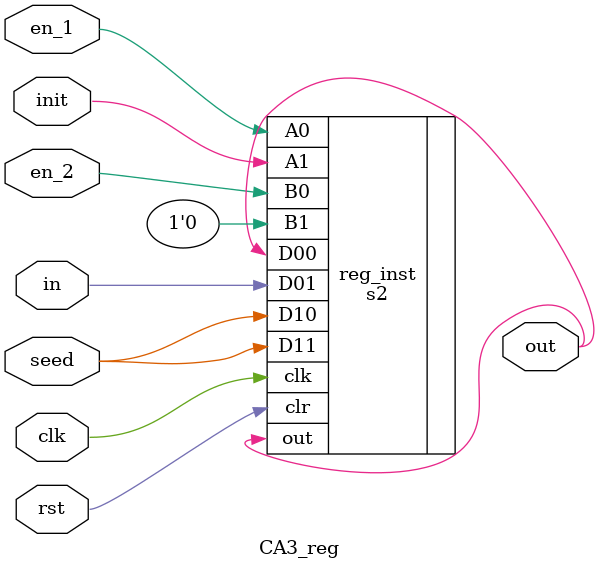
<source format=v>
module CA3_reg (
    input  wire clk,
    input  wire rst,
    input  wire seed,
    input  wire in,
    input  wire init,
    input  wire en_1,
    input  wire en_2,
    output wire out
);

    s2 reg_inst (
        .D00(out), .D01(in), .D10(seed), .D11(seed),
        .A1(init), .B1(1'b0),
        .A0(en_1), .B0(en_2),
        .clr(rst), .clk(clk), .out(out)
    );

endmodule
</source>
